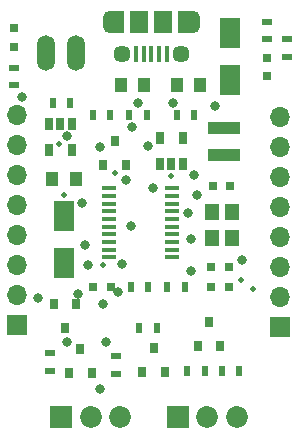
<source format=gbr>
G04 #@! TF.GenerationSoftware,KiCad,Pcbnew,(5.1.5)-3*
G04 #@! TF.CreationDate,2020-03-05T02:26:09+05:30*
G04 #@! TF.ProjectId,Pyrolight,5079726f-6c69-4676-9874-2e6b69636164,V1.0*
G04 #@! TF.SameCoordinates,Original*
G04 #@! TF.FileFunction,Soldermask,Top*
G04 #@! TF.FilePolarity,Negative*
%FSLAX46Y46*%
G04 Gerber Fmt 4.6, Leading zero omitted, Abs format (unit mm)*
G04 Created by KiCad (PCBNEW (5.1.5)-3) date 2020-03-05 02:26:09*
%MOMM*%
%LPD*%
G04 APERTURE LIST*
%ADD10O,1.510000X3.010000*%
%ADD11R,1.000000X1.250000*%
%ADD12R,0.800000X0.750000*%
%ADD13R,0.800000X0.800000*%
%ADD14R,1.800000X2.500000*%
%ADD15R,0.800000X0.900000*%
%ADD16R,1.200000X1.400000*%
%ADD17R,0.900000X0.500000*%
%ADD18R,0.500000X0.900000*%
%ADD19R,0.650000X1.060000*%
%ADD20R,1.270000X0.406400*%
%ADD21R,1.500000X1.900000*%
%ADD22C,1.450000*%
%ADD23R,0.400000X1.350000*%
%ADD24O,1.200000X1.900000*%
%ADD25R,1.200000X1.900000*%
%ADD26R,2.750000X1.000000*%
%ADD27R,1.700000X1.700000*%
%ADD28O,1.700000X1.700000*%
%ADD29R,1.850000X1.850000*%
%ADD30C,1.850000*%
%ADD31C,0.800000*%
%ADD32C,0.500000*%
G04 APERTURE END LIST*
D10*
X147940000Y-80120000D03*
X145400000Y-80120000D03*
D11*
X147900000Y-90820000D03*
X145900000Y-90820000D03*
D12*
X159350000Y-98220000D03*
X160850000Y-98220000D03*
X161000000Y-91420000D03*
X159500000Y-91420000D03*
X149400000Y-99920000D03*
X150900000Y-99920000D03*
X160850000Y-99920000D03*
X159350000Y-99920000D03*
D11*
X153700000Y-82820000D03*
X151700000Y-82820000D03*
X156450000Y-82820000D03*
X158450000Y-82820000D03*
D13*
X142700000Y-79620000D03*
X142700000Y-78020000D03*
D14*
X161000000Y-82420000D03*
X161000000Y-78420000D03*
X146900000Y-93920000D03*
X146900000Y-97920000D03*
D15*
X150250000Y-89620000D03*
X152150000Y-89620000D03*
X151200000Y-87620000D03*
D13*
X164100000Y-82120000D03*
X164100000Y-80520000D03*
D16*
X159450000Y-95820000D03*
X159450000Y-93620000D03*
X161150000Y-93620000D03*
X161150000Y-95820000D03*
D15*
X148300000Y-105220000D03*
X149250000Y-107220000D03*
X147350000Y-107220000D03*
X154500000Y-105120000D03*
X155450000Y-107120000D03*
X153550000Y-107120000D03*
X158250000Y-104920000D03*
X160150000Y-104920000D03*
X159200000Y-102920000D03*
D17*
X165800000Y-78970000D03*
X165800000Y-80470000D03*
X164100000Y-78970000D03*
X164100000Y-77470000D03*
X142700000Y-82870000D03*
X142700000Y-81370000D03*
D18*
X147450000Y-84370000D03*
X145950000Y-84370000D03*
X149350000Y-85420000D03*
X150850000Y-85420000D03*
X155650000Y-99920000D03*
X157150000Y-99920000D03*
X154050000Y-99920000D03*
X152550000Y-99920000D03*
D17*
X145700000Y-107020000D03*
X145700000Y-105520000D03*
X151300000Y-107270000D03*
X151300000Y-105770000D03*
D18*
X154750000Y-103420000D03*
X153250000Y-103420000D03*
X153950000Y-85420000D03*
X152450000Y-85420000D03*
X156450000Y-85370000D03*
X157950000Y-85370000D03*
X160250000Y-107020000D03*
X161750000Y-107020000D03*
X157350000Y-107020000D03*
X158850000Y-107020000D03*
D19*
X147550000Y-86120000D03*
X146600000Y-86120000D03*
X145650000Y-86120000D03*
X145650000Y-88320000D03*
X147550000Y-88320000D03*
D20*
X150733000Y-97441000D03*
X150733000Y-96806000D03*
X150733000Y-96145600D03*
X150733000Y-95485200D03*
X150733000Y-94850200D03*
X150733000Y-94189800D03*
X150733000Y-93529400D03*
X150733000Y-92894400D03*
X150733000Y-92234000D03*
X150733000Y-91599000D03*
X156067000Y-91599000D03*
X156067000Y-92234000D03*
X156067000Y-92894400D03*
X156067000Y-93529400D03*
X156067000Y-94189800D03*
X156067000Y-94850200D03*
X156067000Y-95485200D03*
X156067000Y-96145600D03*
X156067000Y-96806000D03*
X156067000Y-97441000D03*
D19*
X155050000Y-87320000D03*
X156950000Y-87320000D03*
X156950000Y-89520000D03*
X156000000Y-89520000D03*
X155050000Y-89520000D03*
D21*
X153300000Y-77482500D03*
D22*
X156800000Y-80182500D03*
D23*
X154950000Y-80182500D03*
X155600000Y-80182500D03*
X153000000Y-80182500D03*
X153650000Y-80182500D03*
X154300000Y-80182500D03*
D22*
X151800000Y-80182500D03*
D21*
X155300000Y-77482500D03*
D24*
X157800000Y-77482500D03*
X150800000Y-77482500D03*
D25*
X151400000Y-77482500D03*
X157200000Y-77482500D03*
D26*
X160500000Y-86470000D03*
X160500000Y-88770000D03*
D15*
X147000000Y-103420000D03*
X146050000Y-101420000D03*
X147950000Y-101420000D03*
D27*
X165200000Y-103370000D03*
D28*
X165200000Y-100830000D03*
X165200000Y-98290000D03*
X165200000Y-95750000D03*
X165200000Y-93210000D03*
X165200000Y-90670000D03*
X165200000Y-88130000D03*
X165200000Y-85590000D03*
X142950000Y-85340000D03*
X142950000Y-87880000D03*
X142950000Y-90420000D03*
X142950000Y-92960000D03*
X142950000Y-95500000D03*
X142950000Y-98040000D03*
X142950000Y-100580000D03*
D27*
X142950000Y-103120000D03*
D29*
X156560000Y-110920000D03*
D30*
X159060000Y-110920000D03*
X161560000Y-110920000D03*
X151660000Y-110920000D03*
X149160000Y-110920000D03*
D29*
X146660000Y-110920000D03*
D31*
X150450000Y-104620000D03*
X152614347Y-94784347D03*
X148413797Y-92870000D03*
X161950000Y-97620000D03*
D32*
X151200000Y-90295000D03*
D31*
X151450000Y-100370000D03*
X157417849Y-93663000D03*
X158200000Y-92119990D03*
D32*
X146450000Y-87870000D03*
X150200000Y-98120000D03*
X161918413Y-99338413D03*
X155941911Y-90583948D03*
X146950000Y-92120000D03*
X162950000Y-100120000D03*
D31*
X159700000Y-84620000D03*
X149950000Y-88120000D03*
X157700000Y-95870000D03*
X157700000Y-98620000D03*
X153200000Y-84370000D03*
X151843018Y-98010757D03*
X150203811Y-101344108D03*
X157926082Y-90419988D03*
X152200000Y-90870000D03*
X154450000Y-91594990D03*
X148119381Y-100524683D03*
X144700000Y-100870000D03*
X149950000Y-108620000D03*
X148950000Y-98120000D03*
X147200000Y-104620000D03*
X148724990Y-96370000D03*
X143400001Y-83870000D03*
X147189349Y-87191058D03*
X152700000Y-86370000D03*
X154047653Y-87967653D03*
X156175000Y-84370000D03*
M02*

</source>
